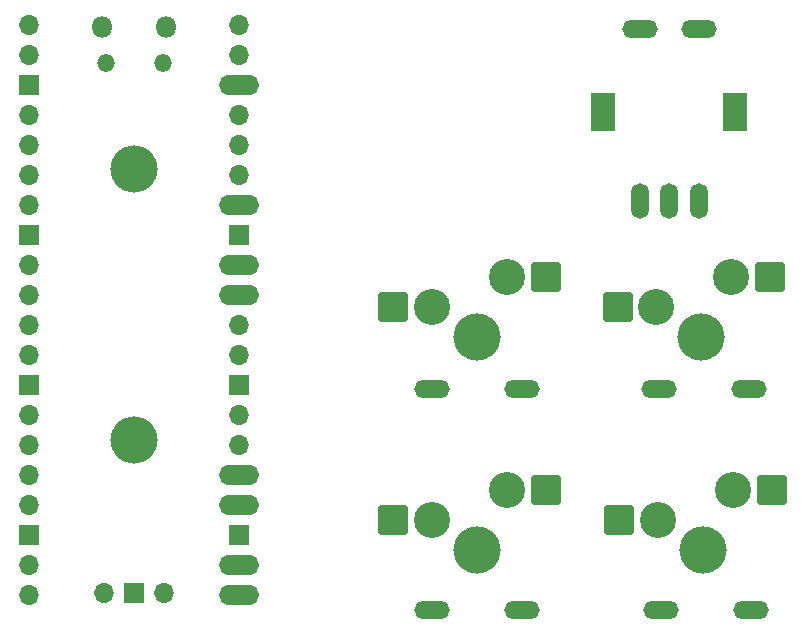
<source format=gbr>
%TF.GenerationSoftware,KiCad,Pcbnew,9.0.2*%
%TF.CreationDate,2025-07-05T11:42:38+02:00*%
%TF.ProjectId,test-stef_6_inter,74657374-2d73-4746-9566-5f365f696e74,rev?*%
%TF.SameCoordinates,Original*%
%TF.FileFunction,Soldermask,Bot*%
%TF.FilePolarity,Negative*%
%FSLAX46Y46*%
G04 Gerber Fmt 4.6, Leading zero omitted, Abs format (unit mm)*
G04 Created by KiCad (PCBNEW 9.0.2) date 2025-07-05 11:42:38*
%MOMM*%
%LPD*%
G01*
G04 APERTURE LIST*
G04 Aperture macros list*
%AMRoundRect*
0 Rectangle with rounded corners*
0 $1 Rounding radius*
0 $2 $3 $4 $5 $6 $7 $8 $9 X,Y pos of 4 corners*
0 Add a 4 corners polygon primitive as box body*
4,1,4,$2,$3,$4,$5,$6,$7,$8,$9,$2,$3,0*
0 Add four circle primitives for the rounded corners*
1,1,$1+$1,$2,$3*
1,1,$1+$1,$4,$5*
1,1,$1+$1,$6,$7*
1,1,$1+$1,$8,$9*
0 Add four rect primitives between the rounded corners*
20,1,$1+$1,$2,$3,$4,$5,0*
20,1,$1+$1,$4,$5,$6,$7,0*
20,1,$1+$1,$6,$7,$8,$9,0*
20,1,$1+$1,$8,$9,$2,$3,0*%
G04 Aperture macros list end*
%ADD10C,3.050000*%
%ADD11C,4.000000*%
%ADD12RoundRect,0.250000X-1.025000X-1.000000X1.025000X-1.000000X1.025000X1.000000X-1.025000X1.000000X0*%
%ADD13O,1.800000X1.800000*%
%ADD14O,1.500000X1.500000*%
%ADD15O,4.000000X4.000000*%
%ADD16O,1.700000X1.700000*%
%ADD17R,1.700000X1.700000*%
%ADD18O,3.400000X1.700000*%
%ADD19O,3.000000X1.500000*%
%ADD20O,1.500000X3.000000*%
%ADD21R,2.000000X3.200000*%
G04 APERTURE END LIST*
D10*
%TO.C,SW5*%
X183777000Y-115040000D03*
D11*
X187587000Y-117580000D03*
D10*
X190127000Y-112500000D03*
D12*
X180502000Y-115040000D03*
X193429000Y-112500000D03*
%TD*%
D10*
%TO.C,SW1*%
X164650000Y-97000000D03*
D11*
X168460000Y-99540000D03*
D10*
X171000000Y-94460000D03*
D12*
X161375000Y-97000000D03*
X174302000Y-94460000D03*
%TD*%
D13*
%TO.C,U1*%
X136721000Y-73282000D03*
D14*
X137021000Y-76312000D03*
D15*
X139446000Y-85282000D03*
X139446000Y-108282000D03*
D14*
X141871000Y-76312000D03*
D13*
X142171000Y-73282000D03*
D16*
X130556000Y-73152000D03*
X130556000Y-75692000D03*
D17*
X130556000Y-78232000D03*
D16*
X130556000Y-80772000D03*
X130556000Y-83312000D03*
X130556000Y-85852000D03*
X130556000Y-88392000D03*
D17*
X130556000Y-90932000D03*
D16*
X130556000Y-93472000D03*
X130556000Y-96012000D03*
X130556000Y-98552000D03*
X130556000Y-101092000D03*
D17*
X130556000Y-103632000D03*
D16*
X130556000Y-106172000D03*
X130556000Y-108712000D03*
X130556000Y-111252000D03*
X130556000Y-113792000D03*
D17*
X130556000Y-116332000D03*
D16*
X130556000Y-118872000D03*
X130556000Y-121412000D03*
D18*
X148336000Y-121412000D03*
X148336000Y-118872000D03*
D17*
X148336000Y-116332000D03*
D18*
X148336000Y-113792000D03*
X148336000Y-111252000D03*
D16*
X148336000Y-108712000D03*
X148336000Y-106172000D03*
D17*
X148336000Y-103632000D03*
D16*
X148336000Y-101092000D03*
X148336000Y-98552000D03*
D18*
X148336000Y-96012000D03*
X148336000Y-93472000D03*
D17*
X148336000Y-90932000D03*
D18*
X148336000Y-88392000D03*
D16*
X148336000Y-85852000D03*
X148336000Y-83312000D03*
X148336000Y-80772000D03*
D18*
X148336000Y-78232000D03*
D16*
X148336000Y-75692000D03*
X148336000Y-73152000D03*
X136906000Y-121182000D03*
D17*
X139446000Y-121182000D03*
D16*
X141986000Y-121182000D03*
%TD*%
D19*
%TO.C,D5*%
X184031000Y-122660000D03*
X191651000Y-122660000D03*
%TD*%
%TO.C,D1*%
X164650000Y-103985000D03*
X172270000Y-103985000D03*
%TD*%
D10*
%TO.C,SW2*%
X183650000Y-97000000D03*
D11*
X187460000Y-99540000D03*
D10*
X190000000Y-94460000D03*
D12*
X180375000Y-97000000D03*
X193302000Y-94460000D03*
%TD*%
D20*
%TO.C,SW3*%
X182245000Y-88000000D03*
X187245000Y-88000000D03*
X184745000Y-88000000D03*
D21*
X179145000Y-80500000D03*
X190345000Y-80500000D03*
D19*
X187245000Y-73500000D03*
X182245000Y-73500000D03*
%TD*%
%TO.C,D4*%
X164650000Y-122660000D03*
X172270000Y-122660000D03*
%TD*%
%TO.C,D2*%
X183904000Y-103985000D03*
X191524000Y-103985000D03*
%TD*%
D10*
%TO.C,SW4*%
X164650000Y-115040000D03*
D11*
X168460000Y-117580000D03*
D10*
X171000000Y-112500000D03*
D12*
X161375000Y-115040000D03*
X174302000Y-112500000D03*
%TD*%
M02*

</source>
